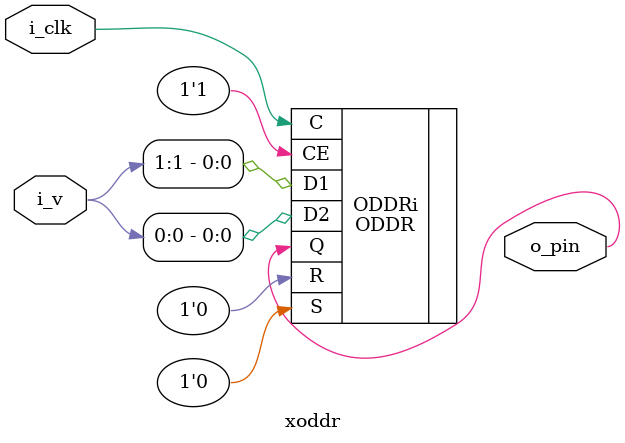
<source format=v>
`default_nettype	none
module	xoddr(i_clk, i_v, o_pin);
	input	wire		i_clk;
	input	wire	[1:0]	i_v;
	output	wire		o_pin;

	wire	w_internal;

	ODDR #(
		// Data arrives aligned with the positive edge of the clock
		.DDR_CLK_EDGE("SAME_EDGE"),
		.INIT(1'b0),
		.SRTYPE("SYNC")
	) ODDRi(
		.Q(o_pin),
		.C(i_clk),
		.CE(1'b1),
		.D1(i_v[1]),	// Negative clock edge (goes first)
		.D2(i_v[0]),	// Positive clock edge
		.R(1'b0),
		.S(1'b0));

endmodule

</source>
